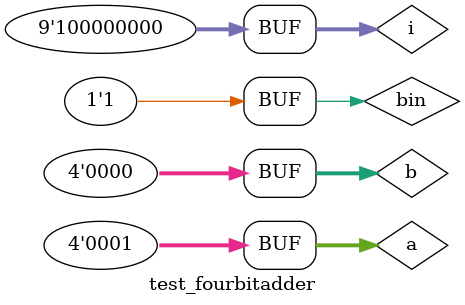
<source format=sv>
module test_fourbitadder;
  wire [3:0]d;
  wire bout;
  reg [3:0]a,b;
  reg bin;
  fourbitsub fbs(d,bout,a,b,bin);
  reg [8:0]i;
  initial begin
    $dumpfile("dump.vcd"); $dumpvars;
    for(i=0;i<256;i=i+1) begin
      a = 1;
      b = i+1;
      bin = 1;
      #10;
    end
  end
endmodule

</source>
